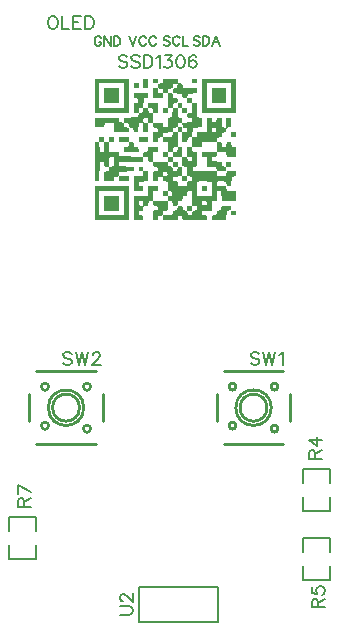
<source format=gto>
G04 Layer: TopSilkscreenLayer*
G04 EasyEDA v6.5.3, 2022-04-03 23:40:25*
G04 a321ff13c4ce4c21ba8c8ab1f3bc68dd,81413e43fb254311a4bdf48f3ba91f1a,10*
G04 Gerber Generator version 0.2*
G04 Scale: 100 percent, Rotated: No, Reflected: No *
G04 Dimensions in millimeters *
G04 leading zeros omitted , absolute positions ,4 integer and 5 decimal *
%FSLAX45Y45*%
%MOMM*%

%ADD10C,0.2540*%
%ADD28C,0.1524*%
%ADD29C,0.2032*%

%LPD*%
G36*
X2573832Y12527330D02*
G01*
X2571648Y12501829D01*
X2570886Y12497104D01*
X2569768Y12493650D01*
X2568041Y12491110D01*
X2565552Y12489383D01*
X2562047Y12488265D01*
X2557322Y12487503D01*
X2531821Y12485319D01*
X2531821Y12445187D01*
X2557119Y12443002D01*
X2561945Y12442240D01*
X2565501Y12441123D01*
X2568041Y12439396D01*
X2569768Y12436856D01*
X2570886Y12433300D01*
X2571648Y12428524D01*
X2573832Y12403175D01*
X2613964Y12403175D01*
X2616149Y12428677D01*
X2616911Y12433401D01*
X2618028Y12436906D01*
X2619756Y12439396D01*
X2622245Y12441123D01*
X2625750Y12442240D01*
X2630474Y12443002D01*
X2647238Y12444882D01*
X2653080Y12447473D01*
X2655468Y12452756D01*
X2655976Y12462103D01*
X2656128Y12469215D01*
X2656738Y12474803D01*
X2657957Y12478969D01*
X2660040Y12481966D01*
X2663139Y12483998D01*
X2667406Y12485217D01*
X2673096Y12485776D01*
X2680411Y12485928D01*
X2690368Y12485573D01*
X2695397Y12483338D01*
X2696921Y12477546D01*
X2696362Y12466574D01*
X2695803Y12460427D01*
X2695041Y12455753D01*
X2693873Y12452248D01*
X2692196Y12449759D01*
X2689656Y12448032D01*
X2686151Y12446914D01*
X2681478Y12446152D01*
X2669133Y12444984D01*
X2664409Y12444222D01*
X2660954Y12443155D01*
X2658618Y12441428D01*
X2657144Y12438837D01*
X2656332Y12435230D01*
X2656027Y12430252D01*
X2655976Y12403632D01*
X2736138Y12400584D01*
X2738323Y12374981D01*
X2739034Y12370206D01*
X2740152Y12366802D01*
X2741879Y12364415D01*
X2744470Y12362992D01*
X2748178Y12362180D01*
X2753156Y12361875D01*
X2766415Y12361773D01*
X2771495Y12361468D01*
X2775102Y12360706D01*
X2777540Y12359182D01*
X2779014Y12356744D01*
X2779776Y12353036D01*
X2780080Y12347956D01*
X2780131Y12320422D01*
X2821940Y12320422D01*
X2818892Y12240260D01*
X2793288Y12238075D01*
X2788513Y12237364D01*
X2785110Y12236246D01*
X2782773Y12234519D01*
X2781300Y12231979D01*
X2780487Y12228372D01*
X2780182Y12223445D01*
X2780182Y12210542D01*
X2780487Y12205614D01*
X2781300Y12202007D01*
X2782773Y12199416D01*
X2785110Y12197740D01*
X2788513Y12196622D01*
X2793288Y12195911D01*
X2810306Y12193981D01*
X2816098Y12191339D01*
X2818434Y12185700D01*
X2818892Y12175591D01*
X2818892Y12157506D01*
X2738729Y12154458D01*
X2738780Y12127839D01*
X2739136Y12122861D01*
X2739898Y12119254D01*
X2741371Y12116663D01*
X2743708Y12114987D01*
X2747162Y12113869D01*
X2751886Y12113158D01*
X2768904Y12111228D01*
X2774746Y12108586D01*
X2777083Y12102947D01*
X2777540Y12092838D01*
X2777083Y12082729D01*
X2774746Y12077141D01*
X2768904Y12074448D01*
X2758135Y12073128D01*
X2738729Y12071553D01*
X2738729Y11989409D01*
X2765653Y11989460D01*
X2770682Y11989765D01*
X2774340Y11990578D01*
X2776931Y11992000D01*
X2778658Y11994388D01*
X2779776Y11997791D01*
X2780487Y12002566D01*
X2781655Y12014911D01*
X2782417Y12019584D01*
X2783586Y12023090D01*
X2785262Y12025630D01*
X2787802Y12027306D01*
X2791256Y12028474D01*
X2795981Y12029236D01*
X2821076Y12031370D01*
X2824073Y12110974D01*
X2904236Y12113971D01*
X2904236Y12195657D01*
X2865475Y12198858D01*
X2862529Y12320422D01*
X2835249Y12320473D01*
X2830169Y12320778D01*
X2826512Y12321540D01*
X2824073Y12323013D01*
X2822600Y12325502D01*
X2821787Y12329160D01*
X2821482Y12341098D01*
X2821482Y12361824D01*
X2779471Y12361824D01*
X2782671Y12400584D01*
X2862884Y12403632D01*
X2862884Y12444222D01*
X2741320Y12447168D01*
X2739136Y12472822D01*
X2738424Y12477546D01*
X2737307Y12481001D01*
X2735580Y12483338D01*
X2732989Y12484760D01*
X2729280Y12485573D01*
X2724302Y12485878D01*
X2710992Y12485979D01*
X2705963Y12486284D01*
X2702356Y12487046D01*
X2699918Y12488570D01*
X2698445Y12491008D01*
X2697683Y12494717D01*
X2697378Y12499848D01*
X2697327Y12527330D01*
G37*
G36*
X1993900Y12527330D02*
G01*
X1993900Y12485928D01*
X2242159Y12485928D01*
X2242159Y12279071D01*
X2035302Y12279071D01*
X2035302Y12485928D01*
X1993900Y12485928D01*
X1993900Y12237669D01*
X2283561Y12237669D01*
X2283561Y12527330D01*
G37*
G36*
X2407716Y12527330D02*
G01*
X2407716Y12444577D01*
X2449068Y12444577D01*
X2449068Y12527330D01*
G37*
G36*
X2490470Y12527330D02*
G01*
X2490470Y12485928D01*
X2531821Y12485928D01*
X2531821Y12527330D01*
G37*
G36*
X2821482Y12527330D02*
G01*
X2821482Y12485928D01*
X2862884Y12485928D01*
X2862884Y12527330D01*
G37*
G36*
X2904236Y12527330D02*
G01*
X2904236Y12485928D01*
X3152495Y12485928D01*
X3152495Y12279071D01*
X2945638Y12279071D01*
X2945638Y12485928D01*
X2904236Y12485928D01*
X2904236Y12237669D01*
X3193897Y12237669D01*
X3193897Y12527330D01*
G37*
G36*
X2324912Y12485928D02*
G01*
X2324912Y12444577D01*
X2366314Y12444577D01*
X2366314Y12485928D01*
G37*
G36*
X2531160Y12445238D02*
G01*
X2531211Y12444577D01*
X2490470Y12444577D01*
X2490470Y12361824D01*
X2573223Y12361824D01*
X2573223Y12402566D01*
X2547874Y12404750D01*
X2543098Y12405512D01*
X2539542Y12406630D01*
X2537002Y12408357D01*
X2535275Y12410897D01*
X2534158Y12414453D01*
X2533396Y12419279D01*
X2531211Y12444577D01*
X2531821Y12444577D01*
X2531821Y12445187D01*
G37*
G36*
X2076653Y12444577D02*
G01*
X2076653Y12320422D01*
X2200808Y12320422D01*
X2200808Y12444577D01*
G37*
G36*
X2986989Y12444577D02*
G01*
X2986989Y12320422D01*
X3111144Y12320422D01*
X3111144Y12444577D01*
G37*
G36*
X2324912Y12403175D02*
G01*
X2325014Y12376251D01*
X2325319Y12371222D01*
X2326081Y12367564D01*
X2327554Y12364974D01*
X2329891Y12363246D01*
X2333345Y12362129D01*
X2338070Y12361418D01*
X2355138Y12359538D01*
X2360930Y12356846D01*
X2363266Y12351258D01*
X2363724Y12341098D01*
X2363266Y12330988D01*
X2360930Y12325400D01*
X2355138Y12322708D01*
X2344318Y12321387D01*
X2324912Y12319812D01*
X2324912Y12254585D01*
X2366314Y12254585D01*
X2366467Y12261951D01*
X2367076Y12267641D01*
X2368296Y12271959D01*
X2370328Y12275007D01*
X2373426Y12277090D01*
X2377694Y12278309D01*
X2383434Y12278918D01*
X2390749Y12279071D01*
X2400706Y12278664D01*
X2405735Y12276429D01*
X2407310Y12270689D01*
X2406700Y12259665D01*
X2406142Y12253569D01*
X2405380Y12248845D01*
X2404211Y12245340D01*
X2402535Y12242850D01*
X2399995Y12241123D01*
X2396540Y12240006D01*
X2391816Y12239244D01*
X2385720Y12238634D01*
X2374696Y12238075D01*
X2368905Y12239599D01*
X2366670Y12244679D01*
X2366314Y12254585D01*
X2324912Y12254585D01*
X2324912Y12237669D01*
X2366924Y12237669D01*
X2363724Y12198858D01*
X2242159Y12195962D01*
X2242159Y12155525D01*
X2267508Y12153341D01*
X2272284Y12152630D01*
X2275840Y12151461D01*
X2278380Y12149734D01*
X2280107Y12147194D01*
X2281224Y12143638D01*
X2281986Y12138863D01*
X2284120Y12114123D01*
X2309063Y12111990D01*
X2313736Y12111228D01*
X2317242Y12110059D01*
X2319782Y12108383D01*
X2321458Y12105843D01*
X2322626Y12102338D01*
X2323388Y12097664D01*
X2324557Y12085320D01*
X2325268Y12080595D01*
X2326386Y12077141D01*
X2328062Y12074804D01*
X2330653Y12073331D01*
X2334260Y12072518D01*
X2339238Y12072213D01*
X2365857Y12072162D01*
X2368905Y12152325D01*
X2407716Y12155525D01*
X2407716Y12072162D01*
X2449068Y12072162D01*
X2449068Y12154916D01*
X2428697Y12154916D01*
X2416810Y12155271D01*
X2410561Y12157252D01*
X2408123Y12162434D01*
X2407716Y12172137D01*
X2407869Y12179401D01*
X2408529Y12185142D01*
X2409799Y12189460D01*
X2411882Y12192508D01*
X2414828Y12194489D01*
X2418892Y12195505D01*
X2424125Y12195708D01*
X2430780Y12195251D01*
X2439212Y12193828D01*
X2444191Y12190780D01*
X2446782Y12184735D01*
X2448102Y12174321D01*
X2449677Y12154916D01*
X2476550Y12154865D01*
X2481681Y12154611D01*
X2485390Y12153849D01*
X2487828Y12152325D01*
X2489352Y12149937D01*
X2490114Y12146280D01*
X2490419Y12141250D01*
X2490520Y12127992D01*
X2490825Y12122962D01*
X2491638Y12119305D01*
X2493060Y12116714D01*
X2495397Y12114987D01*
X2498852Y12113869D01*
X2503576Y12113158D01*
X2520645Y12111228D01*
X2526436Y12108586D01*
X2528824Y12102947D01*
X2529230Y12092838D01*
X2528824Y12082729D01*
X2526436Y12077141D01*
X2520645Y12074448D01*
X2509824Y12073128D01*
X2490470Y12071553D01*
X2490470Y11989409D01*
X2517394Y11989460D01*
X2522423Y11989765D01*
X2526080Y11990578D01*
X2528671Y11992000D01*
X2530398Y11994388D01*
X2531516Y11997791D01*
X2532227Y12002566D01*
X2533396Y12014911D01*
X2534158Y12019584D01*
X2535275Y12023090D01*
X2537002Y12025630D01*
X2539492Y12027306D01*
X2542997Y12028474D01*
X2547721Y12029236D01*
X2572664Y12031370D01*
X2575814Y12069572D01*
X2655366Y12072569D01*
X2656941Y12091771D01*
X2658313Y12102388D01*
X2661158Y12108332D01*
X2667050Y12111177D01*
X2688234Y12113869D01*
X2694178Y12116714D01*
X2697022Y12122658D01*
X2698902Y12139218D01*
X2699664Y12143841D01*
X2700832Y12147296D01*
X2702560Y12149785D01*
X2705049Y12151461D01*
X2708554Y12152579D01*
X2713228Y12153341D01*
X2725572Y12154509D01*
X2730296Y12155220D01*
X2733751Y12156338D01*
X2736088Y12158065D01*
X2737561Y12160605D01*
X2738323Y12164212D01*
X2738678Y12169140D01*
X2738678Y12182043D01*
X2738323Y12186970D01*
X2737561Y12190577D01*
X2736088Y12193168D01*
X2733751Y12194844D01*
X2730296Y12195962D01*
X2725572Y12196673D01*
X2699918Y12198858D01*
X2696921Y12279071D01*
X2656382Y12279071D01*
X2653385Y12198858D01*
X2615031Y12195708D01*
X2611983Y12116104D01*
X2593898Y12116104D01*
X2583789Y12116562D01*
X2578150Y12118898D01*
X2575509Y12124740D01*
X2574188Y12135510D01*
X2572562Y12154916D01*
X2490470Y12154916D01*
X2490470Y12237059D01*
X2465120Y12239244D01*
X2460345Y12240006D01*
X2456789Y12241123D01*
X2454249Y12242850D01*
X2452522Y12245390D01*
X2451404Y12248946D01*
X2450642Y12253722D01*
X2448458Y12279071D01*
X2449068Y12279071D01*
X2449068Y12279680D01*
X2448407Y12279731D01*
X2448458Y12279071D01*
X2407259Y12279071D01*
X2410256Y12359233D01*
X2435910Y12361418D01*
X2440686Y12362129D01*
X2444089Y12363246D01*
X2446426Y12364974D01*
X2447899Y12367564D01*
X2448712Y12371222D01*
X2449017Y12376251D01*
X2449068Y12403175D01*
G37*
G36*
X2573223Y12403175D02*
G01*
X2573223Y12402566D01*
X2573883Y12402515D01*
X2573832Y12403175D01*
G37*
G36*
X2449068Y12320422D02*
G01*
X2449068Y12279680D01*
X2474366Y12277496D01*
X2479192Y12276734D01*
X2482748Y12275616D01*
X2485288Y12273889D01*
X2487015Y12271349D01*
X2488133Y12267793D01*
X2488895Y12262967D01*
X2491079Y12237669D01*
X2490470Y12237669D01*
X2490470Y12237059D01*
X2491130Y12237008D01*
X2491079Y12237669D01*
X2531821Y12237669D01*
X2531821Y12320422D01*
G37*
G36*
X2697327Y12320422D02*
G01*
X2697327Y12279071D01*
X2738729Y12279071D01*
X2738729Y12237669D01*
X2780131Y12237669D01*
X2780131Y12279071D01*
X2738729Y12279071D01*
X2738729Y12320422D01*
G37*
G36*
X2945942Y12196318D02*
G01*
X2943510Y12093854D01*
X2987192Y12093854D01*
X2987344Y12099747D01*
X2988411Y12104471D01*
X2990443Y12108078D01*
X2993440Y12110618D01*
X2997504Y12112193D01*
X3002635Y12112802D01*
X3008934Y12112548D01*
X3018129Y12111177D01*
X3023158Y12108383D01*
X3025343Y12102744D01*
X3025800Y12092838D01*
X3025394Y12082729D01*
X3023209Y12077344D01*
X3017774Y12075160D01*
X3007664Y12074753D01*
X2998470Y12075210D01*
X2992678Y12077039D01*
X2989478Y12080697D01*
X2987903Y12086742D01*
X2987192Y12093854D01*
X2943510Y12093854D01*
X2943047Y12074753D01*
X2863443Y12071705D01*
X2861310Y12046508D01*
X2860548Y12041835D01*
X2859379Y12038380D01*
X2857652Y12035891D01*
X2855112Y12034215D01*
X2851607Y12033097D01*
X2846832Y12032335D01*
X2821482Y12030151D01*
X2821482Y11948007D01*
X2903626Y11948007D01*
X2906826Y11986818D01*
X3027781Y11989714D01*
X3029966Y12014860D01*
X3030728Y12019584D01*
X3031845Y12023090D01*
X3033522Y12025579D01*
X3036011Y12027306D01*
X3039465Y12028424D01*
X3044088Y12029186D01*
X3060649Y12031116D01*
X3066592Y12033961D01*
X3069437Y12039854D01*
X3071317Y12056465D01*
X3072079Y12061088D01*
X3073247Y12064542D01*
X3074974Y12067032D01*
X3077464Y12068708D01*
X3080969Y12069826D01*
X3085642Y12070588D01*
X3097987Y12071756D01*
X3102711Y12072467D01*
X3106166Y12073585D01*
X3108502Y12075312D01*
X3109976Y12077903D01*
X3110738Y12081560D01*
X3111093Y12086590D01*
X3111195Y12099848D01*
X3111449Y12104928D01*
X3112262Y12108535D01*
X3113735Y12110974D01*
X3116224Y12112447D01*
X3119882Y12113209D01*
X3125012Y12113514D01*
X3152495Y12113514D01*
X3152495Y12196318D01*
X3111144Y12196318D01*
X3111144Y12112904D01*
X3072333Y12116104D01*
X3069336Y12196318D01*
X3042666Y12196216D01*
X3037738Y12195911D01*
X3034080Y12195098D01*
X3031540Y12193676D01*
X3029813Y12191288D01*
X3028696Y12187885D01*
X3027984Y12183110D01*
X3026105Y12166092D01*
X3023412Y12160300D01*
X3017824Y12157964D01*
X3007664Y12157506D01*
X2997555Y12157964D01*
X2991967Y12160300D01*
X2989275Y12166092D01*
X2987395Y12183160D01*
X2986684Y12187885D01*
X2985566Y12191288D01*
X2983839Y12193676D01*
X2981299Y12195098D01*
X2977642Y12195911D01*
X2972663Y12196216D01*
G37*
G36*
X1993900Y12196318D02*
G01*
X1993900Y12113514D01*
X2076043Y12113514D01*
X2079243Y12152325D01*
X2156815Y12152325D01*
X2159863Y12072162D01*
X2283561Y12072162D01*
X2283561Y12112904D01*
X2258263Y12115088D01*
X2253437Y12115850D01*
X2249881Y12116968D01*
X2247341Y12118695D01*
X2245614Y12121235D01*
X2244496Y12124791D01*
X2243734Y12129617D01*
X2241600Y12154357D01*
X2216658Y12156490D01*
X2211984Y12157252D01*
X2208479Y12158370D01*
X2205990Y12160097D01*
X2204262Y12162586D01*
X2203094Y12166092D01*
X2202383Y12170765D01*
X2200148Y12196318D01*
G37*
G36*
X2241499Y12155576D02*
G01*
X2241600Y12154357D01*
X2242159Y12154306D01*
X2242159Y12155525D01*
G37*
G36*
X2283561Y12114174D02*
G01*
X2283561Y12112904D01*
X2284222Y12112853D01*
X2284120Y12114123D01*
G37*
G36*
X2697327Y12113514D02*
G01*
X2697327Y12072162D01*
X2738729Y12072162D01*
X2738729Y12113514D01*
G37*
G36*
X2676956Y12072162D02*
G01*
X2670403Y12072112D01*
X2665374Y12071756D01*
X2661716Y12070994D01*
X2659126Y12069521D01*
X2657398Y12067184D01*
X2656281Y12063730D01*
X2655570Y12059005D01*
X2653385Y12033351D01*
X2573223Y12030354D01*
X2573274Y12004040D01*
X2573578Y11998960D01*
X2574340Y11995200D01*
X2575814Y11992610D01*
X2578150Y11990832D01*
X2581605Y11989714D01*
X2586329Y11989003D01*
X2611983Y11986818D01*
X2615031Y11906656D01*
X2573223Y11906656D01*
X2573223Y11865254D01*
X2614574Y11865254D01*
X2614574Y11823903D01*
X2655976Y11823903D01*
X2655976Y11865254D01*
X2614574Y11865254D01*
X2614625Y11892788D01*
X2614930Y11897868D01*
X2615692Y11901576D01*
X2617165Y11904014D01*
X2619603Y11905538D01*
X2623210Y11906300D01*
X2628239Y11906605D01*
X2641549Y11906707D01*
X2646527Y11907012D01*
X2650236Y11907824D01*
X2652826Y11909247D01*
X2654554Y11911634D01*
X2655620Y11915038D01*
X2656382Y11919762D01*
X2657551Y11932158D01*
X2658313Y11936831D01*
X2659430Y11940336D01*
X2661158Y11942826D01*
X2663647Y11944553D01*
X2667152Y11945670D01*
X2671826Y11946432D01*
X2697327Y11948617D01*
X2697327Y12072162D01*
G37*
G36*
X3152495Y12072162D02*
G01*
X3152495Y12030760D01*
X3193897Y12030760D01*
X3193897Y12072162D01*
G37*
G36*
X2573223Y12031421D02*
G01*
X2572664Y12031370D01*
X2572562Y12030354D01*
X2573223Y12030354D01*
G37*
G36*
X2821482Y12031421D02*
G01*
X2821076Y12031370D01*
X2821025Y12030100D01*
X2821482Y12030151D01*
G37*
G36*
X2035302Y12030760D02*
G01*
X2035302Y11989409D01*
X2076653Y11989409D01*
X2076653Y12030760D01*
G37*
G36*
X2118055Y12030760D02*
G01*
X2118055Y11989409D01*
X2159406Y11989409D01*
X2159406Y12030760D01*
G37*
G36*
X2200808Y12030760D02*
G01*
X2200808Y11989409D01*
X2284171Y11989409D01*
X2281986Y11963908D01*
X2281224Y11959183D01*
X2280107Y11955678D01*
X2278380Y11953189D01*
X2275890Y11951462D01*
X2272385Y11950344D01*
X2267661Y11949582D01*
X2255316Y11948414D01*
X2250592Y11947702D01*
X2247138Y11946585D01*
X2244801Y11944858D01*
X2243328Y11942267D01*
X2242566Y11938609D01*
X2242210Y11933580D01*
X2242159Y11906656D01*
X2366314Y11906656D01*
X2366264Y11933580D01*
X2365959Y11938609D01*
X2365146Y11942267D01*
X2363673Y11944858D01*
X2361336Y11946585D01*
X2357882Y11947702D01*
X2353157Y11948414D01*
X2340813Y11949582D01*
X2336088Y11950344D01*
X2332634Y11951462D01*
X2330094Y11953189D01*
X2328367Y11955678D01*
X2327249Y11959183D01*
X2326487Y11963908D01*
X2325319Y11976252D01*
X2324608Y11980976D01*
X2323490Y11984431D01*
X2321763Y11986768D01*
X2319172Y11988241D01*
X2315514Y11989003D01*
X2310485Y11989358D01*
X2297226Y11989460D01*
X2292146Y11989714D01*
X2288540Y11990527D01*
X2286101Y11992000D01*
X2284628Y11994489D01*
X2283866Y11998147D01*
X2283561Y12010085D01*
X2283561Y12030760D01*
G37*
G36*
X2366314Y12030760D02*
G01*
X2366314Y11989409D01*
X2449068Y11989409D01*
X2449068Y12030760D01*
G37*
G36*
X3027781Y11989714D02*
G01*
X3027781Y11989409D01*
X3028391Y11989409D01*
X3028391Y11907062D01*
X3108553Y11904065D01*
X3111754Y11865254D01*
X3193897Y11865254D01*
X3193897Y11947398D01*
X3168396Y11949582D01*
X3163671Y11950344D01*
X3160217Y11951462D01*
X3157677Y11953189D01*
X3155950Y11955678D01*
X3154832Y11959183D01*
X3154070Y11963908D01*
X3152902Y11976252D01*
X3152190Y11980976D01*
X3151073Y11984380D01*
X3149396Y11986768D01*
X3146806Y11988241D01*
X3143199Y11989003D01*
X3138271Y11989358D01*
X3125368Y11989358D01*
X3120440Y11989003D01*
X3116834Y11988241D01*
X3114294Y11986768D01*
X3112566Y11984380D01*
X3111449Y11980976D01*
X3110738Y11976252D01*
X3110179Y11970004D01*
X3108858Y11959183D01*
X3106166Y11953392D01*
X3100578Y11951055D01*
X3090468Y11950598D01*
X3080359Y11951055D01*
X3074720Y11953392D01*
X3072028Y11959183D01*
X3070148Y11976252D01*
X3069437Y11981027D01*
X3068320Y11984431D01*
X3066592Y11986768D01*
X3063951Y11988241D01*
X3060242Y11989003D01*
X3055112Y11989358D01*
X3028391Y11989409D01*
X3028391Y11989714D01*
G37*
G36*
X2449677Y11948007D02*
G01*
X2447493Y11922506D01*
X2446731Y11917832D01*
X2445613Y11914327D01*
X2443886Y11911787D01*
X2441397Y11910110D01*
X2437892Y11908942D01*
X2433218Y11908180D01*
X2420823Y11907062D01*
X2416098Y11906300D01*
X2412644Y11905183D01*
X2410307Y11903456D01*
X2408834Y11900865D01*
X2408072Y11897156D01*
X2407767Y11892127D01*
X2407716Y11865864D01*
X2433218Y11863679D01*
X2437892Y11862917D01*
X2441397Y11861800D01*
X2443886Y11860072D01*
X2445613Y11857583D01*
X2446731Y11854078D01*
X2447493Y11849404D01*
X2448661Y11837009D01*
X2449372Y11832285D01*
X2450490Y11828830D01*
X2452217Y11826494D01*
X2454808Y11825020D01*
X2458516Y11824258D01*
X2463495Y11823954D01*
X2476754Y11823852D01*
X2481834Y11823547D01*
X2485440Y11822785D01*
X2487879Y11821312D01*
X2489352Y11818874D01*
X2490114Y11815216D01*
X2490419Y11810187D01*
X2490520Y11796928D01*
X2490825Y11791950D01*
X2491638Y11788241D01*
X2493060Y11785650D01*
X2495397Y11783923D01*
X2498852Y11782806D01*
X2503576Y11782094D01*
X2509824Y11781536D01*
X2520645Y11780215D01*
X2526436Y11777522D01*
X2528824Y11771934D01*
X2529230Y11761825D01*
X2528824Y11751716D01*
X2526436Y11746077D01*
X2520645Y11743385D01*
X2509824Y11742115D01*
X2490470Y11740489D01*
X2490470Y11716664D01*
X2573223Y11716664D01*
X2573375Y11724030D01*
X2574036Y11729821D01*
X2575306Y11734190D01*
X2577388Y11737289D01*
X2580335Y11739270D01*
X2584399Y11740286D01*
X2589631Y11740540D01*
X2596286Y11740083D01*
X2604770Y11738711D01*
X2609494Y11735866D01*
X2611526Y11730228D01*
X2611983Y11720423D01*
X2611577Y11710314D01*
X2609189Y11704726D01*
X2603398Y11702034D01*
X2592628Y11700713D01*
X2581605Y11700154D01*
X2575814Y11701678D01*
X2573578Y11706758D01*
X2573223Y11716664D01*
X2490470Y11716664D01*
X2490470Y11658346D01*
X2517394Y11658447D01*
X2522423Y11658752D01*
X2526080Y11659514D01*
X2528671Y11660987D01*
X2530398Y11663324D01*
X2531516Y11666778D01*
X2532227Y11671503D01*
X2533396Y11683847D01*
X2534158Y11688572D01*
X2535275Y11692077D01*
X2537002Y11694566D01*
X2539492Y11696293D01*
X2542997Y11697411D01*
X2547721Y11698173D01*
X2573223Y11700357D01*
X2573274Y11672976D01*
X2573578Y11667896D01*
X2574340Y11664188D01*
X2575814Y11661546D01*
X2578150Y11659819D01*
X2581605Y11658701D01*
X2586329Y11657939D01*
X2611983Y11655755D01*
X2613649Y11612270D01*
X2863596Y11612270D01*
X2863697Y11630914D01*
X2864256Y11644731D01*
X2864662Y11649202D01*
X2865170Y11651742D01*
X2865932Y11653012D01*
X2867253Y11654078D01*
X2869184Y11655044D01*
X2871825Y11655806D01*
X2875229Y11656466D01*
X2884576Y11657279D01*
X2897835Y11657634D01*
X2915462Y11657482D01*
X2984398Y11655755D01*
X2984398Y11536832D01*
X2865475Y11536832D01*
X2863697Y11601754D01*
X2863596Y11612270D01*
X2613649Y11612270D01*
X2615031Y11576202D01*
X2633980Y11574627D01*
X2644800Y11573306D01*
X2650591Y11570665D01*
X2652928Y11565026D01*
X2653385Y11554917D01*
X2652928Y11544808D01*
X2650591Y11539169D01*
X2644800Y11536527D01*
X2633980Y11535206D01*
X2614574Y11533581D01*
X2614574Y11493449D01*
X2640076Y11491264D01*
X2644800Y11490502D01*
X2648305Y11489385D01*
X2650794Y11487658D01*
X2652522Y11485168D01*
X2653639Y11481663D01*
X2654401Y11476990D01*
X2655570Y11464645D01*
X2656281Y11459921D01*
X2657398Y11456466D01*
X2659126Y11454130D01*
X2661666Y11452656D01*
X2665272Y11451844D01*
X2670200Y11451539D01*
X2683103Y11451539D01*
X2688031Y11451844D01*
X2691638Y11452656D01*
X2694228Y11454130D01*
X2695905Y11456466D01*
X2697022Y11459921D01*
X2697734Y11464645D01*
X2698902Y11476939D01*
X2699664Y11481663D01*
X2700782Y11485118D01*
X2702509Y11487658D01*
X2704947Y11489385D01*
X2708402Y11490502D01*
X2713024Y11491264D01*
X2719019Y11491823D01*
X2729636Y11493195D01*
X2735529Y11496040D01*
X2738374Y11501932D01*
X2739745Y11512550D01*
X2740304Y11518544D01*
X2741066Y11523167D01*
X2742184Y11526621D01*
X2743911Y11529060D01*
X2746451Y11530787D01*
X2749905Y11531904D01*
X2754630Y11532666D01*
X2771394Y11534546D01*
X2777185Y11537137D01*
X2779623Y11542420D01*
X2780131Y11551767D01*
X2780284Y11558930D01*
X2780944Y11564569D01*
X2782265Y11568836D01*
X2784297Y11571833D01*
X2787294Y11573814D01*
X2791307Y11574780D01*
X2796590Y11574983D01*
X2803194Y11574576D01*
X2818892Y11573002D01*
X2821290Y11473180D01*
X2904439Y11473180D01*
X2904591Y11479072D01*
X2905658Y11483797D01*
X2907690Y11487404D01*
X2910687Y11489944D01*
X2914751Y11491518D01*
X2919882Y11492128D01*
X2926181Y11491874D01*
X2935376Y11490502D01*
X2940405Y11487708D01*
X2942590Y11482070D01*
X2943047Y11472164D01*
X2942640Y11462054D01*
X2940456Y11456619D01*
X2935020Y11454434D01*
X2924911Y11454028D01*
X2915716Y11454536D01*
X2909925Y11456314D01*
X2906725Y11459972D01*
X2905150Y11466068D01*
X2904439Y11473180D01*
X2821290Y11473180D01*
X2821787Y11452047D01*
X2841040Y11450472D01*
X2851759Y11449151D01*
X2857500Y11446510D01*
X2859836Y11440871D01*
X2860294Y11430762D01*
X2859836Y11420703D01*
X2857500Y11415064D01*
X2851810Y11412372D01*
X2830576Y11409730D01*
X2824683Y11406936D01*
X2821838Y11400993D01*
X2819196Y11379809D01*
X2816504Y11374069D01*
X2810865Y11371732D01*
X2800807Y11371275D01*
X2790698Y11371732D01*
X2785110Y11374069D01*
X2782417Y11379809D01*
X2779776Y11400993D01*
X2776931Y11406936D01*
X2770987Y11409730D01*
X2760421Y11411102D01*
X2754426Y11411661D01*
X2749804Y11412423D01*
X2746349Y11413540D01*
X2743860Y11415268D01*
X2742184Y11417808D01*
X2741066Y11421313D01*
X2740304Y11425986D01*
X2739136Y11438280D01*
X2738374Y11443055D01*
X2737307Y11446459D01*
X2735580Y11448846D01*
X2733040Y11450269D01*
X2729433Y11451082D01*
X2724505Y11451386D01*
X2711602Y11451386D01*
X2706674Y11451082D01*
X2703017Y11450269D01*
X2700477Y11448846D01*
X2698800Y11446459D01*
X2697683Y11443055D01*
X2696921Y11438280D01*
X2695803Y11425986D01*
X2695041Y11421313D01*
X2693873Y11417808D01*
X2692196Y11415268D01*
X2689707Y11413540D01*
X2686253Y11412423D01*
X2681681Y11411661D01*
X2675636Y11411102D01*
X2665069Y11409730D01*
X2659126Y11406936D01*
X2656332Y11400993D01*
X2654960Y11390376D01*
X2653385Y11371275D01*
X2573223Y11368278D01*
X2573223Y11327333D01*
X2696718Y11327333D01*
X2698343Y11346738D01*
X2699613Y11357508D01*
X2702306Y11363350D01*
X2707944Y11365687D01*
X2718054Y11366144D01*
X2728163Y11365687D01*
X2733751Y11363350D01*
X2736443Y11357508D01*
X2737764Y11346738D01*
X2739339Y11327333D01*
X2945638Y11327333D01*
X2945587Y11354257D01*
X2945231Y11359286D01*
X2944469Y11362944D01*
X2942996Y11365534D01*
X2940659Y11367262D01*
X2937205Y11368379D01*
X2932480Y11369090D01*
X2915412Y11371021D01*
X2909620Y11373662D01*
X2907284Y11379301D01*
X2906826Y11389410D01*
X2906826Y11407495D01*
X2986582Y11410492D01*
X2989580Y11490248D01*
X3027934Y11493449D01*
X3030982Y11573002D01*
X3067151Y11573002D01*
X3070199Y11492839D01*
X3193897Y11492839D01*
X3193897Y11575186D01*
X3113735Y11578183D01*
X3110585Y11616588D01*
X3058769Y11618569D01*
X3049066Y11619179D01*
X3041853Y11619992D01*
X3036722Y11621160D01*
X3033318Y11622735D01*
X3031185Y11624919D01*
X3029966Y11627815D01*
X3029254Y11631574D01*
X3028594Y11637264D01*
X3028340Y11642090D01*
X3028645Y11646103D01*
X3029559Y11649456D01*
X3031236Y11652148D01*
X3033674Y11654180D01*
X3037078Y11655704D01*
X3041446Y11656771D01*
X3046933Y11657380D01*
X3053638Y11657634D01*
X3070961Y11657279D01*
X3108553Y11655755D01*
X3111754Y11616994D01*
X3110534Y11616994D01*
X3110585Y11616588D01*
X3111804Y11616537D01*
X3111754Y11616994D01*
X3152089Y11616994D01*
X3155086Y11697157D01*
X3180740Y11699341D01*
X3185464Y11700052D01*
X3188919Y11701170D01*
X3191256Y11702897D01*
X3192729Y11705488D01*
X3193542Y11709146D01*
X3193846Y11714175D01*
X3193897Y11741099D01*
X3111754Y11741099D01*
X3108553Y11702338D01*
X3030982Y11702338D01*
X3027781Y11740896D01*
X2824073Y11743690D01*
X2824073Y11761825D01*
X2824530Y11771934D01*
X2826867Y11777522D01*
X2832658Y11780215D01*
X2843479Y11781536D01*
X2862884Y11783110D01*
X2862884Y11905996D01*
X2837383Y11908180D01*
X2832658Y11908942D01*
X2829153Y11910110D01*
X2826664Y11911787D01*
X2824937Y11914327D01*
X2823819Y11917832D01*
X2823057Y11922506D01*
X2821889Y11934850D01*
X2821178Y11939625D01*
X2820060Y11943029D01*
X2818333Y11945416D01*
X2815742Y11946839D01*
X2812034Y11947652D01*
X2807055Y11947956D01*
X2780131Y11948007D01*
X2780131Y11865864D01*
X2799486Y11864289D01*
X2810306Y11862968D01*
X2816098Y11860276D01*
X2818434Y11854688D01*
X2818892Y11844578D01*
X2818485Y11834469D01*
X2816301Y11829034D01*
X2810916Y11826849D01*
X2800807Y11826443D01*
X2790698Y11826900D01*
X2785059Y11829237D01*
X2782366Y11835079D01*
X2780487Y11852097D01*
X2779776Y11856872D01*
X2778658Y11860276D01*
X2776931Y11862612D01*
X2774340Y11864086D01*
X2770682Y11864898D01*
X2765653Y11865203D01*
X2738729Y11865254D01*
X2738729Y11783110D01*
X2777540Y11779910D01*
X2780538Y11700357D01*
X2799740Y11698732D01*
X2810357Y11697462D01*
X2816098Y11694769D01*
X2818434Y11689130D01*
X2818892Y11679072D01*
X2818434Y11668963D01*
X2816148Y11663324D01*
X2810408Y11660682D01*
X2789224Y11658041D01*
X2783281Y11655196D01*
X2780436Y11649252D01*
X2779115Y11638686D01*
X2777540Y11619585D01*
X2699918Y11619585D01*
X2698343Y11638686D01*
X2697022Y11649252D01*
X2694178Y11655196D01*
X2688234Y11658041D01*
X2667050Y11660682D01*
X2661310Y11663324D01*
X2658973Y11668963D01*
X2658567Y11679072D01*
X2658567Y11697157D01*
X2738729Y11700154D01*
X2738729Y11782501D01*
X2711754Y11782450D01*
X2706776Y11782145D01*
X2703118Y11781332D01*
X2700528Y11779859D01*
X2698800Y11777522D01*
X2697683Y11774068D01*
X2696921Y11769344D01*
X2696362Y11763095D01*
X2695041Y11752326D01*
X2692400Y11746484D01*
X2686761Y11744147D01*
X2676652Y11743690D01*
X2666542Y11744147D01*
X2660954Y11746484D01*
X2658262Y11752224D01*
X2655620Y11773408D01*
X2652776Y11779351D01*
X2646883Y11782145D01*
X2636266Y11783517D01*
X2630271Y11784076D01*
X2625648Y11784838D01*
X2622194Y11785955D01*
X2619756Y11787682D01*
X2618028Y11790222D01*
X2616911Y11793728D01*
X2616149Y11798401D01*
X2613964Y11823903D01*
X2490012Y11823903D01*
X2493060Y11904065D01*
X2518664Y11906250D01*
X2523439Y11906961D01*
X2526842Y11908078D01*
X2529179Y11909806D01*
X2530652Y11912396D01*
X2531465Y11916054D01*
X2531770Y11921083D01*
X2531821Y11948007D01*
G37*
G36*
X2718358Y11948007D02*
G01*
X2711754Y11947956D01*
X2706776Y11947652D01*
X2703118Y11946839D01*
X2700528Y11945416D01*
X2698800Y11943029D01*
X2697683Y11939625D01*
X2696921Y11934850D01*
X2695803Y11922506D01*
X2695041Y11917832D01*
X2693873Y11914327D01*
X2692196Y11911787D01*
X2689656Y11910110D01*
X2686151Y11908942D01*
X2681478Y11908180D01*
X2669133Y11907062D01*
X2664358Y11906300D01*
X2660954Y11905183D01*
X2658618Y11903456D01*
X2657144Y11900865D01*
X2656332Y11897207D01*
X2656027Y11892229D01*
X2655976Y11865254D01*
X2738729Y11865254D01*
X2738729Y11948007D01*
G37*
G36*
X2904236Y11906656D02*
G01*
X2904286Y11879681D01*
X2904642Y11874703D01*
X2905404Y11870994D01*
X2906877Y11868404D01*
X2909214Y11866676D01*
X2912668Y11865610D01*
X2917393Y11864848D01*
X2943047Y11862663D01*
X2946044Y11782907D01*
X3025800Y11779910D01*
X3029000Y11741099D01*
X3111144Y11741099D01*
X3111144Y11781891D01*
X3085642Y11784076D01*
X3080969Y11784838D01*
X3077464Y11785955D01*
X3074974Y11787682D01*
X3073247Y11790121D01*
X3072079Y11793626D01*
X3071317Y11798249D01*
X3069183Y11823446D01*
X2989580Y11826443D01*
X2989580Y11844578D01*
X2990037Y11854688D01*
X2992374Y11860276D01*
X2998165Y11862968D01*
X3008985Y11864289D01*
X3015234Y11864848D01*
X3020009Y11865610D01*
X3023412Y11866676D01*
X3025749Y11868454D01*
X3027222Y11871045D01*
X3027984Y11874754D01*
X3028340Y11879834D01*
X3028391Y11906656D01*
G37*
G36*
X3111144Y11823903D02*
G01*
X3111144Y11782501D01*
X3152495Y11782501D01*
X3152495Y11823903D01*
G37*
G36*
X2655976Y11823903D02*
G01*
X2655976Y11782501D01*
X2697327Y11782501D01*
X2697327Y11823903D01*
G37*
G36*
X2366314Y11782501D02*
G01*
X2366314Y11741099D01*
X2407716Y11741099D01*
X2407716Y11782501D01*
G37*
G36*
X2408326Y11741099D02*
G01*
X2405126Y11702338D01*
X2324912Y11699290D01*
X2324912Y11575592D01*
X2407716Y11575592D01*
X2407615Y11602567D01*
X2407310Y11607546D01*
X2406548Y11611254D01*
X2405075Y11613794D01*
X2402738Y11615572D01*
X2399284Y11616639D01*
X2394559Y11617401D01*
X2388311Y11617960D01*
X2377490Y11619280D01*
X2371699Y11621922D01*
X2369362Y11627561D01*
X2368905Y11637670D01*
X2368905Y11655755D01*
X2449068Y11658803D01*
X2449068Y11741099D01*
G37*
G36*
X2200808Y11700357D02*
G01*
X2200198Y11700306D01*
X2200148Y11699748D01*
X2200808Y11699748D01*
X2200808Y11658346D01*
X2283561Y11658346D01*
X2283561Y11699748D01*
X2200808Y11699748D01*
G37*
G36*
X2738729Y11699748D02*
G01*
X2738729Y11658346D01*
X2780131Y11658346D01*
X2780131Y11699748D01*
G37*
G36*
X2449525Y11616994D02*
G01*
X2446477Y11536832D01*
X2324912Y11533886D01*
X2324912Y11473180D01*
X2366518Y11473180D01*
X2366670Y11479072D01*
X2367737Y11483797D01*
X2369769Y11487404D01*
X2372766Y11489944D01*
X2376830Y11491518D01*
X2381961Y11492128D01*
X2388260Y11491874D01*
X2397455Y11490452D01*
X2402738Y11487454D01*
X2405380Y11481308D01*
X2406751Y11470538D01*
X2408377Y11450777D01*
X2388616Y11452402D01*
X2378659Y11453723D01*
X2372410Y11456060D01*
X2368854Y11459972D01*
X2367178Y11466068D01*
X2366518Y11473180D01*
X2324912Y11473180D01*
X2324912Y11327333D01*
X2407716Y11327333D01*
X2407615Y11354257D01*
X2407310Y11359286D01*
X2406548Y11362944D01*
X2405075Y11365534D01*
X2402738Y11367262D01*
X2399284Y11368379D01*
X2394559Y11369090D01*
X2377490Y11371021D01*
X2371699Y11373662D01*
X2369362Y11379301D01*
X2368905Y11389410D01*
X2369362Y11399520D01*
X2371699Y11405108D01*
X2377490Y11407800D01*
X2388311Y11409121D01*
X2394559Y11409680D01*
X2399284Y11410391D01*
X2402738Y11411508D01*
X2405075Y11413236D01*
X2406548Y11415826D01*
X2407310Y11419535D01*
X2407615Y11424513D01*
X2407716Y11437772D01*
X2408021Y11442852D01*
X2408783Y11446459D01*
X2410256Y11448897D01*
X2412695Y11450370D01*
X2416352Y11451132D01*
X2421382Y11451437D01*
X2434640Y11451539D01*
X2439619Y11451844D01*
X2443327Y11452656D01*
X2445918Y11454079D01*
X2447645Y11456416D01*
X2448763Y11459870D01*
X2449474Y11464594D01*
X2450642Y11476990D01*
X2451404Y11481663D01*
X2452522Y11485168D01*
X2454249Y11487658D01*
X2456738Y11489385D01*
X2460244Y11490502D01*
X2464968Y11491264D01*
X2490012Y11493398D01*
X2493060Y11573002D01*
X2518664Y11575186D01*
X2523439Y11575948D01*
X2526842Y11577066D01*
X2529179Y11578793D01*
X2530652Y11581333D01*
X2531465Y11585041D01*
X2531770Y11590020D01*
X2531821Y11616994D01*
G37*
G36*
X1993900Y11616994D02*
G01*
X1993900Y11575592D01*
X2242159Y11575592D01*
X2242159Y11368735D01*
X2035302Y11368735D01*
X2035302Y11575592D01*
X1993900Y11575592D01*
X1993900Y11327333D01*
X2283561Y11327333D01*
X2283561Y11616994D01*
G37*
G36*
X2904236Y11616994D02*
G01*
X2904236Y11575592D01*
X2945638Y11575592D01*
X2945638Y11616994D01*
G37*
G36*
X2614574Y11576253D02*
G01*
X2614574Y11575592D01*
X2573223Y11575592D01*
X2573223Y11534241D01*
X2614574Y11534241D01*
X2614574Y11575592D01*
X2615031Y11575592D01*
X2615031Y11576202D01*
G37*
G36*
X2076653Y11534241D02*
G01*
X2076653Y11410086D01*
X2200808Y11410086D01*
X2200808Y11534241D01*
G37*
G36*
X2490470Y11493449D02*
G01*
X2490012Y11493398D01*
X2490012Y11492839D01*
X2490470Y11492839D01*
G37*
G36*
X2490470Y11492839D02*
G01*
X2490520Y11466118D01*
X2490825Y11460988D01*
X2491587Y11457279D01*
X2493060Y11454638D01*
X2495397Y11452910D01*
X2498852Y11451793D01*
X2503576Y11451082D01*
X2520645Y11449202D01*
X2526436Y11446510D01*
X2528824Y11440871D01*
X2529230Y11430762D01*
X2528824Y11420652D01*
X2526436Y11415064D01*
X2520645Y11412372D01*
X2509824Y11411051D01*
X2490470Y11409476D01*
X2490470Y11327333D01*
X2517394Y11327384D01*
X2522423Y11327688D01*
X2526080Y11328501D01*
X2528671Y11329974D01*
X2530398Y11332311D01*
X2531516Y11335715D01*
X2532227Y11340490D01*
X2533396Y11352834D01*
X2534158Y11357508D01*
X2535275Y11361013D01*
X2537002Y11363553D01*
X2539492Y11365230D01*
X2542997Y11366398D01*
X2547721Y11367160D01*
X2572664Y11369294D01*
X2574747Y11394084D01*
X2575509Y11398808D01*
X2576626Y11402364D01*
X2578354Y11404904D01*
X2580843Y11406632D01*
X2584348Y11407749D01*
X2589072Y11408511D01*
X2614574Y11410696D01*
X2614574Y11492839D01*
G37*
G36*
X2780131Y11451488D02*
G01*
X2780131Y11410086D01*
X2821482Y11410086D01*
X2821482Y11451488D01*
G37*
G36*
X3070402Y11451488D02*
G01*
X3068218Y11425986D01*
X3067456Y11421313D01*
X3066288Y11417808D01*
X3064611Y11415268D01*
X3062122Y11413540D01*
X3058668Y11412423D01*
X3054045Y11411661D01*
X3048050Y11411102D01*
X3037484Y11409730D01*
X3031540Y11406936D01*
X3028696Y11400993D01*
X3026816Y11384381D01*
X3026054Y11379758D01*
X3024886Y11376355D01*
X3023158Y11373866D01*
X3020669Y11372138D01*
X3017164Y11371021D01*
X3012490Y11370259D01*
X3000146Y11369090D01*
X2995422Y11368379D01*
X2991967Y11367262D01*
X2989630Y11365534D01*
X2988157Y11362944D01*
X2987395Y11359286D01*
X2987040Y11354257D01*
X2986989Y11327333D01*
X3110687Y11327333D01*
X3113735Y11407495D01*
X3152495Y11410696D01*
X3152495Y11451488D01*
G37*
G36*
X3152495Y11410086D02*
G01*
X3152495Y11368735D01*
X3193897Y11368735D01*
X3193897Y11410086D01*
G37*
G36*
X2573223Y11369344D02*
G01*
X2572664Y11369294D01*
X2572562Y11368278D01*
X2573223Y11368278D01*
G37*
G36*
X2614574Y12403175D02*
G01*
X2614574Y12279071D01*
X2573223Y12279071D01*
X2573223Y12237669D01*
X2614574Y12237669D01*
X2614574Y12279071D01*
X2655366Y12279071D01*
X2657551Y12304572D01*
X2658313Y12309246D01*
X2659430Y12312751D01*
X2661158Y12315240D01*
X2663647Y12316968D01*
X2667152Y12318085D01*
X2671826Y12318847D01*
X2684170Y12320016D01*
X2688894Y12320778D01*
X2692349Y12321844D01*
X2694686Y12323572D01*
X2696159Y12326112D01*
X2696972Y12329769D01*
X2697276Y12334646D01*
X2697276Y12347549D01*
X2696972Y12352477D01*
X2696159Y12356134D01*
X2694686Y12358674D01*
X2692349Y12360402D01*
X2688894Y12361468D01*
X2684170Y12362230D01*
X2671826Y12363399D01*
X2667152Y12364110D01*
X2663647Y12365278D01*
X2661158Y12367006D01*
X2659430Y12369495D01*
X2658313Y12373000D01*
X2657551Y12377674D01*
X2656382Y12390069D01*
X2655620Y12394793D01*
X2654503Y12398248D01*
X2652776Y12400584D01*
X2650185Y12402058D01*
X2646426Y12402820D01*
X2641346Y12403124D01*
G37*
G36*
X1993900Y11989409D02*
G01*
X1993900Y11658346D01*
X2034997Y11658346D01*
X2037842Y11821312D01*
X2055977Y11821312D01*
X2066086Y11820855D01*
X2071674Y11818518D01*
X2074367Y11812676D01*
X2075688Y11801906D01*
X2076246Y11795658D01*
X2077008Y11790883D01*
X2078075Y11787428D01*
X2079853Y11785092D01*
X2082444Y11783669D01*
X2086203Y11782856D01*
X2091283Y11782552D01*
X2118055Y11782501D01*
X2118055Y11781891D01*
X2118614Y11781942D01*
X2118664Y11782501D01*
X2118055Y11782501D01*
X2118106Y11827865D01*
X2118664Y11842089D01*
X2119680Y11853418D01*
X2120290Y11857583D01*
X2121001Y11860530D01*
X2121712Y11862054D01*
X2124405Y11863374D01*
X2128977Y11864238D01*
X2134717Y11864543D01*
X2141118Y11864187D01*
X2156815Y11862663D01*
X2156815Y11785092D01*
X2118614Y11781942D01*
X2116480Y11756999D01*
X2115718Y11752275D01*
X2114600Y11748820D01*
X2112873Y11746280D01*
X2110384Y11744553D01*
X2106879Y11743436D01*
X2102154Y11742674D01*
X2076653Y11740489D01*
X2076653Y11658346D01*
X2158796Y11658346D01*
X2160981Y11683847D01*
X2161743Y11688572D01*
X2162860Y11692077D01*
X2164588Y11694566D01*
X2167077Y11696293D01*
X2170582Y11697411D01*
X2175306Y11698173D01*
X2200198Y11700306D01*
X2203399Y11738559D01*
X2324912Y11741454D01*
X2324912Y11782196D01*
X2203399Y11785092D01*
X2203399Y11821312D01*
X2407716Y11824106D01*
X2407716Y11865051D01*
X2203399Y11867845D01*
X2200198Y11906199D01*
X2120646Y11909247D01*
X2117598Y11989409D01*
X2077110Y11989409D01*
X2074062Y11909247D01*
X2037842Y11909247D01*
X2034844Y11989409D01*
G37*
D28*
X1345184Y8902700D02*
G01*
X1454150Y8902700D01*
X1345184Y8902700D02*
G01*
X1345184Y8949436D01*
X1350263Y8964929D01*
X1355597Y8970263D01*
X1366012Y8975344D01*
X1376426Y8975344D01*
X1386839Y8970263D01*
X1391920Y8964929D01*
X1397000Y8949436D01*
X1397000Y8902700D01*
X1397000Y8939021D02*
G01*
X1454150Y8975344D01*
X1345184Y9082531D02*
G01*
X1454150Y9030462D01*
X1345184Y9009634D02*
G01*
X1345184Y9082531D01*
X3808984Y9309100D02*
G01*
X3917950Y9309100D01*
X3808984Y9309100D02*
G01*
X3808984Y9355836D01*
X3814063Y9371329D01*
X3819397Y9376663D01*
X3829811Y9381744D01*
X3840225Y9381744D01*
X3850640Y9376663D01*
X3855720Y9371329D01*
X3860800Y9355836D01*
X3860800Y9309100D01*
X3860800Y9345421D02*
G01*
X3917950Y9381744D01*
X3808984Y9468104D02*
G01*
X3881627Y9416034D01*
X3881627Y9494012D01*
X3808984Y9468104D02*
G01*
X3917950Y9468104D01*
X3834384Y8051800D02*
G01*
X3943350Y8051800D01*
X3834384Y8051800D02*
G01*
X3834384Y8098536D01*
X3839463Y8114029D01*
X3844797Y8119363D01*
X3855211Y8124444D01*
X3865625Y8124444D01*
X3876040Y8119363D01*
X3881120Y8114029D01*
X3886200Y8098536D01*
X3886200Y8051800D01*
X3886200Y8088121D02*
G01*
X3943350Y8124444D01*
X3834384Y8221218D02*
G01*
X3834384Y8169147D01*
X3881120Y8164068D01*
X3876040Y8169147D01*
X3870706Y8184895D01*
X3870706Y8200389D01*
X3876040Y8215884D01*
X3886200Y8226297D01*
X3901947Y8231631D01*
X3912361Y8231631D01*
X3927856Y8226297D01*
X3938270Y8215884D01*
X3943350Y8200389D01*
X3943350Y8184895D01*
X3938270Y8169147D01*
X3933190Y8164068D01*
X3922775Y8158734D01*
X3387343Y10196321D02*
G01*
X3376929Y10206736D01*
X3361436Y10211815D01*
X3340608Y10211815D01*
X3325113Y10206736D01*
X3314700Y10196321D01*
X3314700Y10185908D01*
X3319779Y10175494D01*
X3325113Y10170160D01*
X3335527Y10165079D01*
X3366770Y10154665D01*
X3376929Y10149586D01*
X3382263Y10144252D01*
X3387343Y10133837D01*
X3387343Y10118344D01*
X3376929Y10107929D01*
X3361436Y10102850D01*
X3340608Y10102850D01*
X3325113Y10107929D01*
X3314700Y10118344D01*
X3421634Y10211815D02*
G01*
X3447795Y10102850D01*
X3473704Y10211815D02*
G01*
X3447795Y10102850D01*
X3473704Y10211815D02*
G01*
X3499611Y10102850D01*
X3525520Y10211815D02*
G01*
X3499611Y10102850D01*
X3559809Y10190987D02*
G01*
X3570224Y10196321D01*
X3585972Y10211815D01*
X3585972Y10102850D01*
X2208784Y7988300D02*
G01*
X2286761Y7988300D01*
X2302256Y7993379D01*
X2312670Y8003794D01*
X2317750Y8019542D01*
X2317750Y8029955D01*
X2312670Y8045450D01*
X2302256Y8055863D01*
X2286761Y8060944D01*
X2208784Y8060944D01*
X2234691Y8100568D02*
G01*
X2229611Y8100568D01*
X2219197Y8105647D01*
X2213863Y8110981D01*
X2208784Y8121395D01*
X2208784Y8141970D01*
X2213863Y8152384D01*
X2219197Y8157718D01*
X2229611Y8162797D01*
X2240025Y8162797D01*
X2250440Y8157718D01*
X2265934Y8147304D01*
X2317750Y8095234D01*
X2317750Y8168131D01*
X2269820Y12710820D02*
G01*
X2259406Y12721234D01*
X2243912Y12726314D01*
X2223084Y12726314D01*
X2207590Y12721234D01*
X2197176Y12710820D01*
X2197176Y12700406D01*
X2202256Y12689992D01*
X2207590Y12684912D01*
X2217750Y12679578D01*
X2248992Y12669164D01*
X2259406Y12664084D01*
X2264740Y12659004D01*
X2269820Y12648590D01*
X2269820Y12632842D01*
X2259406Y12622428D01*
X2243912Y12617348D01*
X2223084Y12617348D01*
X2207590Y12622428D01*
X2197176Y12632842D01*
X2376754Y12710820D02*
G01*
X2366340Y12721234D01*
X2350846Y12726314D01*
X2330018Y12726314D01*
X2314524Y12721234D01*
X2304110Y12710820D01*
X2304110Y12700406D01*
X2309190Y12689992D01*
X2314524Y12684912D01*
X2324938Y12679578D01*
X2356180Y12669164D01*
X2366340Y12664084D01*
X2371674Y12659004D01*
X2376754Y12648590D01*
X2376754Y12632842D01*
X2366340Y12622428D01*
X2350846Y12617348D01*
X2330018Y12617348D01*
X2314524Y12622428D01*
X2304110Y12632842D01*
X2411044Y12726314D02*
G01*
X2411044Y12617348D01*
X2411044Y12726314D02*
G01*
X2447620Y12726314D01*
X2463114Y12721234D01*
X2473528Y12710820D01*
X2478608Y12700406D01*
X2483942Y12684912D01*
X2483942Y12659004D01*
X2478608Y12643256D01*
X2473528Y12632842D01*
X2463114Y12622428D01*
X2447620Y12617348D01*
X2411044Y12617348D01*
X2518232Y12705740D02*
G01*
X2528646Y12710820D01*
X2544140Y12726314D01*
X2544140Y12617348D01*
X2588844Y12726314D02*
G01*
X2645994Y12726314D01*
X2614752Y12684912D01*
X2630500Y12684912D01*
X2640660Y12679578D01*
X2645994Y12674498D01*
X2651074Y12659004D01*
X2651074Y12648590D01*
X2645994Y12632842D01*
X2635580Y12622428D01*
X2620086Y12617348D01*
X2604338Y12617348D01*
X2588844Y12622428D01*
X2583510Y12627762D01*
X2578430Y12638176D01*
X2716606Y12726314D02*
G01*
X2701112Y12721234D01*
X2690698Y12705740D01*
X2685364Y12679578D01*
X2685364Y12664084D01*
X2690698Y12638176D01*
X2701112Y12622428D01*
X2716606Y12617348D01*
X2727020Y12617348D01*
X2742514Y12622428D01*
X2752928Y12638176D01*
X2758262Y12664084D01*
X2758262Y12679578D01*
X2752928Y12705740D01*
X2742514Y12721234D01*
X2727020Y12726314D01*
X2716606Y12726314D01*
X2854782Y12710820D02*
G01*
X2849702Y12721234D01*
X2833954Y12726314D01*
X2823540Y12726314D01*
X2808046Y12721234D01*
X2797632Y12705740D01*
X2792552Y12679578D01*
X2792552Y12653670D01*
X2797632Y12632842D01*
X2808046Y12622428D01*
X2823540Y12617348D01*
X2828874Y12617348D01*
X2844368Y12622428D01*
X2854782Y12632842D01*
X2860116Y12648590D01*
X2860116Y12653670D01*
X2854782Y12669164D01*
X2844368Y12679578D01*
X2828874Y12684912D01*
X2823540Y12684912D01*
X2808046Y12679578D01*
X2797632Y12669164D01*
X2792552Y12653670D01*
X1631264Y13056514D02*
G01*
X1620850Y13051434D01*
X1610690Y13041020D01*
X1605356Y13030606D01*
X1600276Y13015112D01*
X1600276Y12989204D01*
X1605356Y12973456D01*
X1610690Y12963042D01*
X1620850Y12952628D01*
X1631264Y12947548D01*
X1652092Y12947548D01*
X1662506Y12952628D01*
X1672920Y12963042D01*
X1678000Y12973456D01*
X1683334Y12989204D01*
X1683334Y13015112D01*
X1678000Y13030606D01*
X1672920Y13041020D01*
X1662506Y13051434D01*
X1652092Y13056514D01*
X1631264Y13056514D01*
X1717624Y13056514D02*
G01*
X1717624Y12947548D01*
X1717624Y12947548D02*
G01*
X1779854Y12947548D01*
X1814144Y13056514D02*
G01*
X1814144Y12947548D01*
X1814144Y13056514D02*
G01*
X1881708Y13056514D01*
X1814144Y13004698D02*
G01*
X1855800Y13004698D01*
X1814144Y12947548D02*
G01*
X1881708Y12947548D01*
X1915998Y13056514D02*
G01*
X1915998Y12947548D01*
X1915998Y13056514D02*
G01*
X1952320Y13056514D01*
X1968068Y13051434D01*
X1978482Y13041020D01*
X1983562Y13030606D01*
X1988896Y13015112D01*
X1988896Y12989204D01*
X1983562Y12973456D01*
X1978482Y12963042D01*
X1968068Y12952628D01*
X1952320Y12947548D01*
X1915998Y12947548D01*
D29*
X2286000Y12887452D02*
G01*
X2316988Y12806171D01*
X2347722Y12887452D02*
G01*
X2316988Y12806171D01*
X2431288Y12868147D02*
G01*
X2427477Y12875768D01*
X2419604Y12883387D01*
X2411984Y12887452D01*
X2396490Y12887452D01*
X2388870Y12883387D01*
X2380995Y12875768D01*
X2377186Y12868147D01*
X2373375Y12856463D01*
X2373375Y12837160D01*
X2377186Y12825476D01*
X2380995Y12817855D01*
X2388870Y12809981D01*
X2396490Y12806171D01*
X2411984Y12806171D01*
X2419604Y12809981D01*
X2427477Y12817855D01*
X2431288Y12825476D01*
X2514854Y12868147D02*
G01*
X2510790Y12875768D01*
X2503170Y12883387D01*
X2495295Y12887452D01*
X2480056Y12887452D01*
X2472181Y12883387D01*
X2464561Y12875768D01*
X2460752Y12868147D01*
X2456688Y12856463D01*
X2456688Y12837160D01*
X2460752Y12825476D01*
X2464561Y12817855D01*
X2472181Y12809981D01*
X2480056Y12806171D01*
X2495295Y12806171D01*
X2503170Y12809981D01*
X2510790Y12817855D01*
X2514854Y12825476D01*
X2051811Y12866878D02*
G01*
X2048002Y12874497D01*
X2040381Y12882118D01*
X2032508Y12886181D01*
X2017013Y12886181D01*
X2009393Y12882118D01*
X2001520Y12874497D01*
X1997709Y12866878D01*
X1993900Y12855194D01*
X1993900Y12835889D01*
X1997709Y12824205D01*
X2001520Y12816586D01*
X2009393Y12808712D01*
X2017013Y12804902D01*
X2032508Y12804902D01*
X2040381Y12808712D01*
X2048002Y12816586D01*
X2051811Y12824205D01*
X2051811Y12835889D01*
X2032508Y12835889D02*
G01*
X2051811Y12835889D01*
X2077465Y12886181D02*
G01*
X2077465Y12804902D01*
X2077465Y12886181D02*
G01*
X2131568Y12804902D01*
X2131568Y12886181D02*
G01*
X2131568Y12804902D01*
X2156968Y12886181D02*
G01*
X2156968Y12804902D01*
X2156968Y12886181D02*
G01*
X2183891Y12886181D01*
X2195575Y12882118D01*
X2203195Y12874497D01*
X2207259Y12866878D01*
X2211070Y12855194D01*
X2211070Y12835889D01*
X2207259Y12824205D01*
X2203195Y12816586D01*
X2195575Y12808712D01*
X2183891Y12804902D01*
X2156968Y12804902D01*
X2632202Y12875768D02*
G01*
X2624581Y12883387D01*
X2612897Y12887452D01*
X2597404Y12887452D01*
X2585720Y12883387D01*
X2578100Y12875768D01*
X2578100Y12868147D01*
X2581909Y12860274D01*
X2585720Y12856463D01*
X2593593Y12852654D01*
X2616708Y12844779D01*
X2624581Y12840970D01*
X2628391Y12837160D01*
X2632202Y12829539D01*
X2632202Y12817855D01*
X2624581Y12809981D01*
X2612897Y12806171D01*
X2597404Y12806171D01*
X2585720Y12809981D01*
X2578100Y12817855D01*
X2715768Y12868147D02*
G01*
X2711704Y12875768D01*
X2704084Y12883387D01*
X2696209Y12887452D01*
X2680970Y12887452D01*
X2673095Y12883387D01*
X2665475Y12875768D01*
X2661665Y12868147D01*
X2657602Y12856463D01*
X2657602Y12837160D01*
X2661665Y12825476D01*
X2665475Y12817855D01*
X2673095Y12809981D01*
X2680970Y12806171D01*
X2696209Y12806171D01*
X2704084Y12809981D01*
X2711704Y12817855D01*
X2715768Y12825476D01*
X2741168Y12887452D02*
G01*
X2741168Y12806171D01*
X2741168Y12806171D02*
G01*
X2787395Y12806171D01*
X2886202Y12875768D02*
G01*
X2878581Y12883387D01*
X2866897Y12887452D01*
X2851404Y12887452D01*
X2839720Y12883387D01*
X2832100Y12875768D01*
X2832100Y12868147D01*
X2835909Y12860274D01*
X2839720Y12856463D01*
X2847593Y12852654D01*
X2870708Y12844779D01*
X2878581Y12840970D01*
X2882391Y12837160D01*
X2886202Y12829539D01*
X2886202Y12817855D01*
X2878581Y12809981D01*
X2866897Y12806171D01*
X2851404Y12806171D01*
X2839720Y12809981D01*
X2832100Y12817855D01*
X2911602Y12887452D02*
G01*
X2911602Y12806171D01*
X2911602Y12887452D02*
G01*
X2938779Y12887452D01*
X2950209Y12883387D01*
X2958084Y12875768D01*
X2961893Y12868147D01*
X2965704Y12856463D01*
X2965704Y12837160D01*
X2961893Y12825476D01*
X2958084Y12817855D01*
X2950209Y12809981D01*
X2938779Y12806171D01*
X2911602Y12806171D01*
X3022091Y12887452D02*
G01*
X2991358Y12806171D01*
X3022091Y12887452D02*
G01*
X3053079Y12806171D01*
X3002788Y12833350D02*
G01*
X3041395Y12833350D01*
D28*
X1799844Y10196321D02*
G01*
X1789429Y10206736D01*
X1773936Y10211815D01*
X1753107Y10211815D01*
X1737613Y10206736D01*
X1727200Y10196321D01*
X1727200Y10185908D01*
X1732279Y10175494D01*
X1737613Y10170160D01*
X1748028Y10165079D01*
X1779270Y10154665D01*
X1789429Y10149586D01*
X1794763Y10144252D01*
X1799844Y10133837D01*
X1799844Y10118344D01*
X1789429Y10107929D01*
X1773936Y10102850D01*
X1753107Y10102850D01*
X1737613Y10107929D01*
X1727200Y10118344D01*
X1834134Y10211815D02*
G01*
X1860295Y10102850D01*
X1886204Y10211815D02*
G01*
X1860295Y10102850D01*
X1886204Y10211815D02*
G01*
X1912112Y10102850D01*
X1938020Y10211815D02*
G01*
X1912112Y10102850D01*
X1977643Y10185908D02*
G01*
X1977643Y10190987D01*
X1982724Y10201402D01*
X1988058Y10206736D01*
X1998472Y10211815D01*
X2019300Y10211815D01*
X2029459Y10206736D01*
X2034793Y10201402D01*
X2039874Y10190987D01*
X2039874Y10180574D01*
X2034793Y10170160D01*
X2024379Y10154665D01*
X1972309Y10102850D01*
X2045208Y10102850D01*
X1498960Y8693619D02*
G01*
X1498960Y8812870D01*
X1269639Y8812870D01*
X1269639Y8693619D01*
X1498960Y8578380D02*
G01*
X1498960Y8459129D01*
X1269639Y8459129D01*
X1269639Y8578380D01*
X3758839Y8984780D02*
G01*
X3758839Y8865529D01*
X3988160Y8865529D01*
X3988160Y8984780D01*
X3758839Y9100019D02*
G01*
X3758839Y9219270D01*
X3988160Y9219270D01*
X3988160Y9100019D01*
X3988160Y8515819D02*
G01*
X3988160Y8635070D01*
X3758839Y8635070D01*
X3758839Y8515819D01*
X3988160Y8400580D02*
G01*
X3988160Y8281329D01*
X3758839Y8281329D01*
X3758839Y8400580D01*
D10*
X3089521Y9430893D02*
G01*
X3590678Y9430893D01*
X3650106Y9627953D02*
G01*
X3650106Y9853846D01*
X3590678Y10050906D02*
G01*
X3089521Y10050906D01*
X3030093Y9853846D02*
G01*
X3030093Y9627953D01*
D28*
X2372481Y8221637D02*
G01*
X3037718Y8221637D01*
X3037718Y7927352D01*
X2372481Y7927352D01*
X2372481Y8221637D01*
D10*
X1502021Y9430893D02*
G01*
X2003178Y9430893D01*
X2062606Y9627953D02*
G01*
X2062606Y9853846D01*
X2003178Y10050906D02*
G01*
X1502021Y10050906D01*
X1442593Y9853846D02*
G01*
X1442593Y9627953D01*
G75*
G01
X3454400Y9740900D02*
G03X3454400Y9740900I-114300J0D01*
G75*
G01
X3490214Y9740900D02*
G03X3490214Y9740900I-150114J0D01*
G75*
G01
X3547897Y9918700D02*
G03X3547897Y9918700I-29997J0D01*
G75*
G01
X3547897Y9563100D02*
G03X3547897Y9563100I-29997J0D01*
G75*
G01
X3192297Y9918700D02*
G03X3192297Y9918700I-29997J0D01*
G75*
G01
X3192297Y9588500D02*
G03X3192297Y9588500I-29997J0D01*
G75*
G01
X1866900Y9740900D02*
G03X1866900Y9740900I-114300J0D01*
G75*
G01
X1902714Y9740900D02*
G03X1902714Y9740900I-150114J0D01*
G75*
G01
X1960397Y9918700D02*
G03X1960397Y9918700I-29997J0D01*
G75*
G01
X1960397Y9563100D02*
G03X1960397Y9563100I-29997J0D01*
G75*
G01
X1604797Y9918700D02*
G03X1604797Y9918700I-29997J0D01*
G75*
G01
X1604797Y9588500D02*
G03X1604797Y9588500I-29997J0D01*
M02*

</source>
